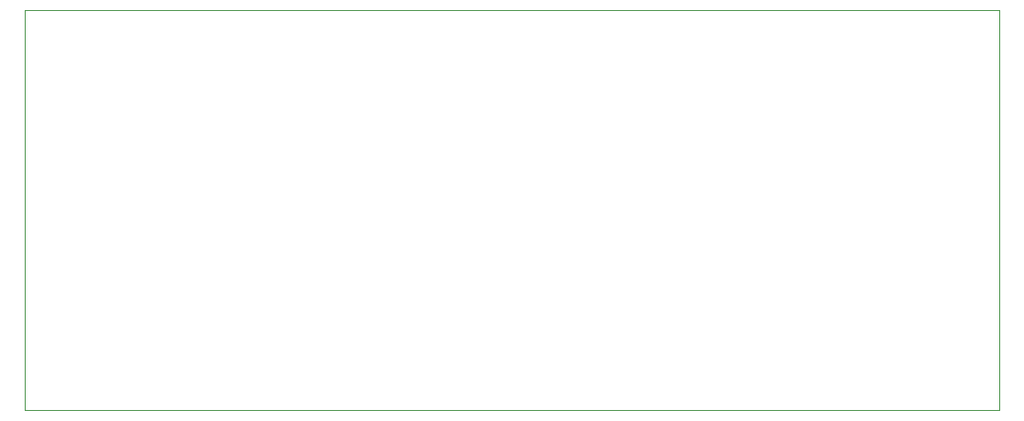
<source format=gm1>
%TF.GenerationSoftware,KiCad,Pcbnew,(6.0.4-0)*%
%TF.CreationDate,2022-07-12T16:50:52-04:00*%
%TF.ProjectId,NanoFox80,4e616e6f-466f-4783-9830-2e6b69636164,rev?*%
%TF.SameCoordinates,Original*%
%TF.FileFunction,Profile,NP*%
%FSLAX46Y46*%
G04 Gerber Fmt 4.6, Leading zero omitted, Abs format (unit mm)*
G04 Created by KiCad (PCBNEW (6.0.4-0)) date 2022-07-12 16:50:52*
%MOMM*%
%LPD*%
G01*
G04 APERTURE LIST*
%TA.AperFunction,Profile*%
%ADD10C,0.100000*%
%TD*%
G04 APERTURE END LIST*
D10*
X80000000Y-56000000D02*
X170000000Y-56000000D01*
X170000000Y-56000000D02*
X170000000Y-93000000D01*
X170000000Y-93000000D02*
X80000000Y-93000000D01*
X80000000Y-93000000D02*
X80000000Y-56000000D01*
M02*

</source>
